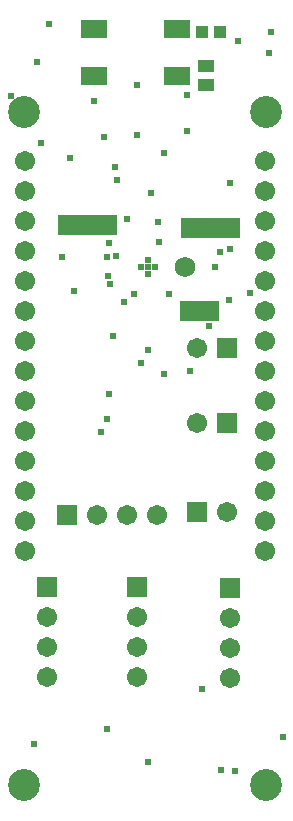
<source format=gbs>
G04*
G04 #@! TF.GenerationSoftware,Altium Limited,Altium Designer,22.2.1 (43)*
G04*
G04 Layer_Color=16711935*
%FSLAX25Y25*%
%MOIN*%
G70*
G04*
G04 #@! TF.SameCoordinates,3363FF5D-1BA6-4910-A2F9-43927B8BDF9C*
G04*
G04*
G04 #@! TF.FilePolarity,Negative*
G04*
G01*
G75*
%ADD38C,0.06737*%
%ADD39C,0.10643*%
%ADD40C,0.06706*%
%ADD41R,0.06706X0.06706*%
%ADD42R,0.06706X0.06706*%
%ADD43C,0.02375*%
%ADD70R,0.08674X0.06312*%
%ADD71R,0.03950X0.03950*%
%ADD72R,0.05721X0.03950*%
%ADD73R,0.06800X0.06800*%
%ADD74C,0.06800*%
D38*
X438000Y277500D02*
D03*
Y347500D02*
D03*
Y337500D02*
D03*
Y327500D02*
D03*
Y317500D02*
D03*
Y307500D02*
D03*
Y297500D02*
D03*
Y287500D02*
D03*
Y267500D02*
D03*
Y257500D02*
D03*
Y247500D02*
D03*
Y237500D02*
D03*
Y227500D02*
D03*
Y217500D02*
D03*
X358000D02*
D03*
Y227500D02*
D03*
Y237500D02*
D03*
Y247500D02*
D03*
Y257500D02*
D03*
Y267500D02*
D03*
Y277500D02*
D03*
Y287500D02*
D03*
Y297500D02*
D03*
Y307500D02*
D03*
Y317500D02*
D03*
Y327500D02*
D03*
Y337500D02*
D03*
Y347500D02*
D03*
D39*
X438355Y363623D02*
D03*
X357646D02*
D03*
Y139213D02*
D03*
X438355D02*
D03*
D40*
X365500Y175500D02*
D03*
Y185500D02*
D03*
Y195500D02*
D03*
X415500Y285181D02*
D03*
X402000Y229319D02*
D03*
X392000D02*
D03*
X382000D02*
D03*
X415500Y260000D02*
D03*
X425500Y230319D02*
D03*
X426500Y195000D02*
D03*
Y185000D02*
D03*
Y175000D02*
D03*
X395500Y195500D02*
D03*
Y185500D02*
D03*
Y175500D02*
D03*
D41*
X365500Y205500D02*
D03*
X426500Y205000D02*
D03*
X395500Y205500D02*
D03*
D42*
X425500Y285181D02*
D03*
X372000Y229319D02*
D03*
X425500Y260000D02*
D03*
X415500Y230319D02*
D03*
D43*
X428000Y144000D02*
D03*
X423330Y144469D02*
D03*
X400217Y336717D02*
D03*
X388925Y340925D02*
D03*
X387967Y345533D02*
D03*
X395533Y356033D02*
D03*
X404500Y350000D02*
D03*
X395500Y372594D02*
D03*
X411967Y357467D02*
D03*
X381000Y367500D02*
D03*
X412000Y369500D02*
D03*
X366000Y393000D02*
D03*
X429000Y387500D02*
D03*
X373066Y348500D02*
D03*
X353299Y369000D02*
D03*
X363500Y353218D02*
D03*
X362000Y380500D02*
D03*
X361000Y153000D02*
D03*
X417000Y171500D02*
D03*
X399000Y147000D02*
D03*
X433000Y303500D02*
D03*
X402500Y327000D02*
D03*
X396925Y280000D02*
D03*
X386000Y269575D02*
D03*
X419517Y292517D02*
D03*
X426000Y301000D02*
D03*
X426500Y318000D02*
D03*
X374500Y304000D02*
D03*
X399004Y309803D02*
D03*
X399000Y314496D02*
D03*
X401323Y312177D02*
D03*
X398976Y312150D02*
D03*
X396630Y312130D02*
D03*
X413000Y277500D02*
D03*
X399000Y284500D02*
D03*
X404500Y276500D02*
D03*
X383500Y257000D02*
D03*
X405965Y303000D02*
D03*
X385500Y261500D02*
D03*
X384500Y355500D02*
D03*
X439500Y383500D02*
D03*
X440000Y390500D02*
D03*
X392000Y327886D02*
D03*
X426500Y340000D02*
D03*
X385500Y158000D02*
D03*
X444000Y155500D02*
D03*
X370575Y315347D02*
D03*
X385500Y315500D02*
D03*
X391000Y300500D02*
D03*
X394434Y302934D02*
D03*
X388500Y315740D02*
D03*
X386000Y320010D02*
D03*
X402668Y320257D02*
D03*
X387500Y289000D02*
D03*
X386575Y306500D02*
D03*
X385876Y308998D02*
D03*
X423000Y317000D02*
D03*
X421500Y312000D02*
D03*
D70*
X408780Y391374D02*
D03*
X381220D02*
D03*
X408780Y375626D02*
D03*
X381220D02*
D03*
D71*
X417048Y390500D02*
D03*
X422953D02*
D03*
D72*
X418500Y379150D02*
D03*
Y372850D02*
D03*
D73*
X385500Y326000D02*
D03*
X379000D02*
D03*
X372500D02*
D03*
X413500Y325000D02*
D03*
X420000D02*
D03*
X426500D02*
D03*
X413000Y297500D02*
D03*
X419500D02*
D03*
D74*
X411500Y312000D02*
D03*
M02*

</source>
